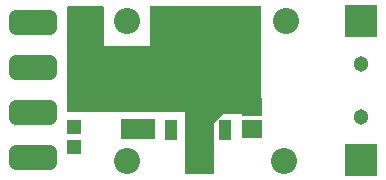
<source format=gbr>
G04 EAGLE Gerber RS-274X export*
G75*
%MOMM*%
%FSLAX34Y34*%
%LPD*%
%INSoldermask Bottom*%
%IPPOS*%
%AMOC8*
5,1,8,0,0,1.08239X$1,22.5*%
G01*
%ADD10C,2.203200*%
%ADD11R,2.743200X2.743200*%
%ADD12C,1.303200*%
%ADD13R,1.041400X1.803400*%
%ADD14R,3.302000X1.803400*%
%ADD15R,2.903200X1.803200*%
%ADD16R,1.703200X1.503200*%
%ADD17C,1.173478*%
%ADD18R,1.203200X1.303200*%

G36*
X12818Y1921D02*
X12818Y1921D01*
X12937Y1928D01*
X12975Y1941D01*
X13016Y1946D01*
X13126Y1989D01*
X13239Y2026D01*
X13274Y2048D01*
X13311Y2063D01*
X13407Y2133D01*
X13508Y2196D01*
X13536Y2226D01*
X13569Y2249D01*
X13645Y2341D01*
X13726Y2428D01*
X13746Y2463D01*
X13771Y2494D01*
X13822Y2602D01*
X13880Y2706D01*
X13890Y2746D01*
X13907Y2782D01*
X13929Y2899D01*
X13959Y3014D01*
X13963Y3075D01*
X13967Y3095D01*
X13965Y3115D01*
X13969Y3175D01*
X13969Y45512D01*
X21163Y52706D01*
X52388Y52706D01*
X52506Y52721D01*
X52624Y52728D01*
X52663Y52741D01*
X52703Y52746D01*
X52814Y52789D01*
X52927Y52826D01*
X52961Y52848D01*
X52999Y52863D01*
X53095Y52933D01*
X53196Y52996D01*
X53223Y53026D01*
X53256Y53049D01*
X53332Y53141D01*
X53414Y53228D01*
X53433Y53263D01*
X53459Y53294D01*
X53510Y53402D01*
X53567Y53506D01*
X53577Y53546D01*
X53594Y53582D01*
X53617Y53699D01*
X53647Y53814D01*
X53650Y53875D01*
X53654Y53895D01*
X53653Y53915D01*
X53657Y53975D01*
X53657Y142875D01*
X53642Y142993D01*
X53634Y143112D01*
X53622Y143150D01*
X53617Y143191D01*
X53573Y143301D01*
X53536Y143414D01*
X53515Y143449D01*
X53500Y143486D01*
X53430Y143582D01*
X53366Y143683D01*
X53337Y143711D01*
X53313Y143744D01*
X53221Y143820D01*
X53135Y143901D01*
X53099Y143921D01*
X53068Y143946D01*
X52960Y143997D01*
X52856Y144055D01*
X52817Y144065D01*
X52780Y144082D01*
X52664Y144104D01*
X52548Y144134D01*
X52488Y144138D01*
X52468Y144142D01*
X52448Y144140D01*
X52388Y144144D01*
X-39688Y144144D01*
X-39806Y144129D01*
X-39924Y144122D01*
X-39963Y144109D01*
X-40003Y144104D01*
X-40114Y144061D01*
X-40227Y144024D01*
X-40261Y144002D01*
X-40299Y143987D01*
X-40395Y143918D01*
X-40496Y143854D01*
X-40523Y143824D01*
X-40556Y143801D01*
X-40632Y143709D01*
X-40714Y143622D01*
X-40733Y143587D01*
X-40759Y143556D01*
X-40810Y143448D01*
X-40867Y143344D01*
X-40877Y143304D01*
X-40894Y143268D01*
X-40917Y143151D01*
X-40947Y143036D01*
X-40950Y142976D01*
X-40954Y142956D01*
X-40953Y142935D01*
X-40957Y142875D01*
X-40957Y110807D01*
X-79693Y110807D01*
X-79693Y142875D01*
X-79708Y142993D01*
X-79716Y143112D01*
X-79728Y143150D01*
X-79733Y143191D01*
X-79777Y143301D01*
X-79814Y143414D01*
X-79835Y143449D01*
X-79850Y143486D01*
X-79920Y143582D01*
X-79984Y143683D01*
X-80013Y143711D01*
X-80037Y143744D01*
X-80129Y143820D01*
X-80215Y143901D01*
X-80251Y143921D01*
X-80282Y143946D01*
X-80390Y143997D01*
X-80494Y144055D01*
X-80533Y144065D01*
X-80570Y144082D01*
X-80686Y144104D01*
X-80802Y144134D01*
X-80862Y144138D01*
X-80882Y144142D01*
X-80902Y144140D01*
X-80963Y144144D01*
X-109538Y144144D01*
X-109656Y144129D01*
X-109774Y144122D01*
X-109813Y144109D01*
X-109853Y144104D01*
X-109964Y144061D01*
X-110077Y144024D01*
X-110111Y144002D01*
X-110149Y143987D01*
X-110245Y143918D01*
X-110346Y143854D01*
X-110373Y143824D01*
X-110406Y143801D01*
X-110482Y143709D01*
X-110564Y143622D01*
X-110583Y143587D01*
X-110609Y143556D01*
X-110660Y143448D01*
X-110717Y143344D01*
X-110727Y143304D01*
X-110744Y143268D01*
X-110767Y143151D01*
X-110797Y143036D01*
X-110800Y142976D01*
X-110804Y142956D01*
X-110803Y142935D01*
X-110807Y142875D01*
X-110807Y55563D01*
X-110792Y55444D01*
X-110784Y55326D01*
X-110772Y55287D01*
X-110767Y55247D01*
X-110723Y55136D01*
X-110686Y55023D01*
X-110665Y54989D01*
X-110650Y54951D01*
X-110580Y54855D01*
X-110516Y54754D01*
X-110487Y54727D01*
X-110463Y54694D01*
X-110371Y54618D01*
X-110285Y54536D01*
X-110249Y54517D01*
X-110218Y54491D01*
X-110110Y54440D01*
X-110006Y54383D01*
X-109967Y54373D01*
X-109930Y54356D01*
X-109814Y54333D01*
X-109698Y54303D01*
X-109638Y54300D01*
X-109618Y54296D01*
X-109598Y54297D01*
X-109538Y54293D01*
X-10794Y54293D01*
X-10794Y3175D01*
X-10779Y3057D01*
X-10772Y2938D01*
X-10759Y2900D01*
X-10754Y2859D01*
X-10711Y2749D01*
X-10674Y2636D01*
X-10652Y2601D01*
X-10637Y2564D01*
X-10568Y2468D01*
X-10504Y2367D01*
X-10474Y2339D01*
X-10451Y2306D01*
X-10359Y2231D01*
X-10272Y2149D01*
X-10237Y2129D01*
X-10206Y2104D01*
X-10098Y2053D01*
X-9994Y1995D01*
X-9954Y1985D01*
X-9918Y1968D01*
X-9801Y1946D01*
X-9686Y1916D01*
X-9626Y1912D01*
X-9606Y1908D01*
X-9585Y1910D01*
X-9525Y1906D01*
X12700Y1906D01*
X12818Y1921D01*
G37*
D10*
X-60325Y12700D03*
X-60325Y131763D03*
X74613Y131763D03*
X73025Y12700D03*
D11*
X138113Y14288D03*
X138113Y131763D03*
D12*
X138250Y95525D03*
X138250Y50525D03*
D13*
X23114Y39434D03*
X0Y39434D03*
X-23114Y39434D03*
D14*
X0Y103442D03*
D15*
X-50800Y39975D03*
X-50800Y67975D03*
D16*
X46038Y39713D03*
X46038Y58713D03*
D17*
X-125501Y87274D02*
X-153899Y87274D01*
X-153899Y96876D01*
X-125501Y96876D01*
X-125501Y87274D01*
X-125501Y125374D02*
X-153899Y125374D01*
X-153899Y134976D01*
X-125501Y134976D01*
X-125501Y125374D01*
X-125501Y11074D02*
X-153899Y11074D01*
X-153899Y20676D01*
X-125501Y20676D01*
X-125501Y11074D01*
X-125501Y49174D02*
X-153899Y49174D01*
X-153899Y58776D01*
X-125501Y58776D01*
X-125501Y49174D01*
D18*
X-104775Y24838D03*
X-104775Y41838D03*
M02*

</source>
